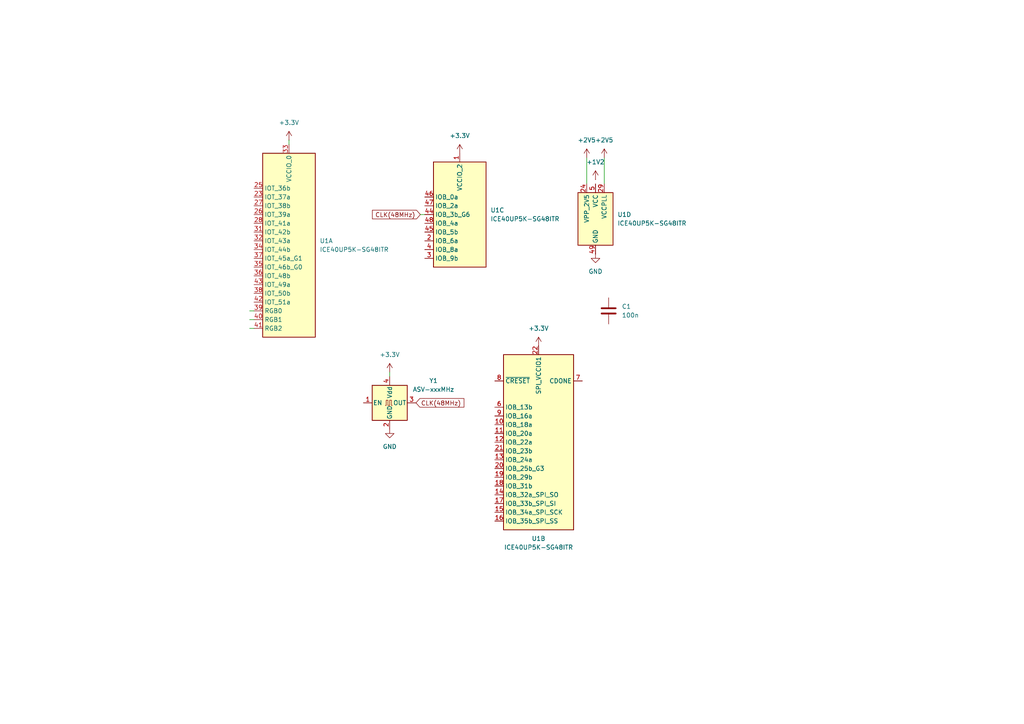
<source format=kicad_sch>
(kicad_sch (version 20250114) (generator "eeschema") (generator_version "9.0")
  (paper "A4")
  (lib_symbols
    (symbol "Device:C" (pin_numbers (hide yes)) (pin_names (offset 0.254))
      (property "Reference" "C" (at 0.635 2.54 0))
      (property "Value" "C" (at 0.635 -2.54 0))
      (symbol "C_0_1"
        (polyline (pts (xy -2.032 0.762) (xy 2.032 0.762)) (stroke (width 0.508)))
        (polyline (pts (xy -2.032 -0.762) (xy 2.032 -0.762)) (stroke (width 0.508)))
      )
      (symbol "C_1_1"
        (pin passive line (at 0 3.81 270) (length 2.794) (name "~") (number "1"))
        (pin passive line (at 0 -3.81 90) (length 2.794) (name "~") (number "2"))
      )
    )
    (symbol "FPGA_Lattice:ICE40UP5K-SG48ITR"
      (property "Reference" "U" (at -8.89 -29.21 0))
      (property "Value" "ICE40UP5K-SG48ITR" (at 0 -31.75 0))
      (symbol "ICE40UP5K-SG48ITR_1_1"
        (rectangle (start -7.62 25.4) (end 7.62 -27.94) (stroke (width 0.254)) (fill (type background)))
        (pin bidirectional line (at -10.16 15.24 0) (length 2.54) (name "IOT_36b") (number "25"))
        (pin bidirectional line (at -10.16 12.7 0) (length 2.54) (name "IOT_37a") (number "23"))
        (pin bidirectional line (at -10.16 10.16 0) (length 2.54) (name "IOT_38b") (number "27"))
        (pin bidirectional line (at -10.16 7.62 0) (length 2.54) (name "IOT_39a") (number "26"))
        (pin bidirectional line (at -10.16 5.08 0) (length 2.54) (name "IOT_41a") (number "28"))
        (pin bidirectional line (at -10.16 2.54 0) (length 2.54) (name "IOT_42b") (number "31"))
        (pin bidirectional line (at -10.16 0 0) (length 2.54) (name "IOT_43a") (number "32"))
        (pin bidirectional line (at -10.16 -2.54 0) (length 2.54) (name "IOT_44b") (number "34"))
        (pin bidirectional line (at -10.16 -5.08 0) (length 2.54) (name "IOT_45a_G1") (number "37"))
        (pin bidirectional line (at -10.16 -7.62 0) (length 2.54) (name "IOT_46b_G0") (number "35"))
        (pin bidirectional line (at -10.16 -10.16 0) (length 2.54) (name "IOT_48b") (number "36"))
        (pin bidirectional line (at -10.16 -12.7 0) (length 2.54) (name "IOT_49a") (number "43"))
        (pin bidirectional line (at -10.16 -15.24 0) (length 2.54) (name "IOT_50b") (number "38"))
        (pin bidirectional line (at -10.16 -17.78 0) (length 2.54) (name "IOT_51a") (number "42"))
        (pin open_collector line (at -10.16 -20.32 0) (length 2.54) (name "RGB0") (number "39"))
        (pin open_collector line (at -10.16 -22.86 0) (length 2.54) (name "RGB1") (number "40"))
        (pin open_collector line (at -10.16 -25.4 0) (length 2.54) (name "RGB2") (number "41"))
        (pin power_in line (at 0 27.94 270) (length 2.54) (name "VCCIO_0") (number "33"))
      )
      (symbol "ICE40UP5K-SG48ITR_2_1"
        (rectangle (start -10.16 25.4) (end 10.16 -25.4) (stroke (width 0.254)) (fill (type background)))
        (pin input line (at -12.7 17.78 0) (length 2.54) (name "~{CRESET}") (number "8"))
        (pin bidirectional line (at -12.7 10.16 0) (length 2.54) (name "IOB_13b") (number "6"))
        (pin bidirectional line (at -12.7 7.62 0) (length 2.54) (name "IOB_16a") (number "9"))
        (pin bidirectional line (at -12.7 5.08 0) (length 2.54) (name "IOB_18a") (number "10"))
        (pin bidirectional line (at -12.7 2.54 0) (length 2.54) (name "IOB_20a") (number "11"))
        (pin bidirectional line (at -12.7 0 0) (length 2.54) (name "IOB_22a") (number "12"))
        (pin bidirectional line (at -12.7 -2.54 0) (length 2.54) (name "IOB_23b") (number "21"))
        (pin bidirectional line (at -12.7 -5.08 0) (length 2.54) (name "IOB_24a") (number "13"))
        (pin bidirectional line (at -12.7 -7.62 0) (length 2.54) (name "IOB_25b_G3") (number "20"))
        (pin bidirectional line (at -12.7 -10.16 0) (length 2.54) (name "IOB_29b") (number "19"))
        (pin bidirectional line (at -12.7 -12.7 0) (length 2.54) (name "IOB_31b") (number "18"))
        (pin bidirectional line (at -12.7 -15.24 0) (length 2.54) (name "IOB_32a_SPI_SO") (number "14"))
        (pin bidirectional line (at -12.7 -17.78 0) (length 2.54) (name "IOB_33b_SPI_SI") (number "17"))
        (pin bidirectional line (at -12.7 -20.32 0) (length 2.54) (name "IOB_34a_SPI_SCK") (number "15"))
        (pin bidirectional line (at -12.7 -22.86 0) (length 2.54) (name "IOB_35b_SPI_SS") (number "16"))
        (pin power_in line (at 0 27.94 270) (length 2.54) (name "SPI_VCCIO1") (number "22"))
        (pin open_collector line (at 12.7 17.78 180) (length 2.54) (name "CDONE") (number "7"))
      )
      (symbol "ICE40UP5K-SG48ITR_3_1"
        (rectangle (start -7.62 15.24) (end 7.62 -15.24) (stroke (width 0.254)) (fill (type background)))
        (pin bidirectional line (at -10.16 5.08 0) (length 2.54) (name "IOB_0a") (number "46"))
        (pin bidirectional line (at -10.16 2.54 0) (length 2.54) (name "IOB_2a") (number "47"))
        (pin bidirectional line (at -10.16 0 0) (length 2.54) (name "IOB_3b_G6") (number "44"))
        (pin bidirectional line (at -10.16 -2.54 0) (length 2.54) (name "IOB_4a") (number "48"))
        (pin bidirectional line (at -10.16 -5.08 0) (length 2.54) (name "IOB_5b") (number "45"))
        (pin bidirectional line (at -10.16 -7.62 0) (length 2.54) (name "IOB_6a") (number "2"))
        (pin bidirectional line (at -10.16 -10.16 0) (length 2.54) (name "IOB_8a") (number "4"))
        (pin bidirectional line (at -10.16 -12.7 0) (length 2.54) (name "IOB_9b") (number "3"))
        (pin power_in line (at 0 17.78 270) (length 2.54) (name "VCCIO_2") (number "1"))
      )
      (symbol "ICE40UP5K-SG48ITR_4_1"
        (rectangle (start -5.08 7.62) (end 5.08 -7.62) (stroke (width 0.254)) (fill (type background)))
        (pin power_in line (at -2.54 10.16 270) (length 2.54) (name "VPP_2V5") (number "24"))
        (pin passive line (at 0 10.16 270) (length 2.54) (hide yes) (name "VCC") (number "30"))
        (pin power_in line (at 0 10.16 270) (length 2.54) (name "VCC") (number "5"))
        (pin power_in line (at 0 -10.16 90) (length 2.54) (name "GND") (number "49"))
        (pin power_out line (at 2.54 10.16 270) (length 2.54) (name "VCCPLL") (number "29"))
      )
    )
    (symbol "Oscillator:ASV-xxxMHz" (pin_names (offset 0.254))
      (property "Reference" "Y" (at -5.08 6.35 0))
      (property "Value" "ASV-xxxMHz" (at 1.27 -6.35 0))
      (symbol "ASV-xxxMHz_0_1"
        (rectangle (start -5.08 5.08) (end 5.08 -5.08) (stroke (width 0.254)) (fill (type background)))
        (polyline (pts (xy -1.27 -0.762) (xy -1.016 -0.762) (xy -1.016 0.762) (xy -0.508 0.762) (xy -0.508 -0.762) (xy 0 -0.762) (xy 0 0.762) (xy 0.508 0.762) (xy 0.508 -0.762) (xy 0.762 -0.762)))
      )
      (symbol "ASV-xxxMHz_1_1"
        (pin input line (at -7.62 0 0) (length 2.54) (name "EN") (number "1"))
        (pin power_in line (at 0 7.62 270) (length 2.54) (name "Vdd") (number "4"))
        (pin power_in line (at 0 -7.62 90) (length 2.54) (name "GND") (number "2"))
        (pin output line (at 7.62 0 180) (length 2.54) (name "OUT") (number "3"))
      )
    )
    (symbol "power:+1V2" (power) (pin_numbers (hide yes)) (pin_names (offset 0) (hide yes))
      (property "Value" "+1V2" (at 0 3.556 0))
      (symbol "+1V2_0_1"
        (polyline (pts (xy -0.762 1.27) (xy 0 2.54)))
        (polyline (pts (xy 0 2.54) (xy 0.762 1.27)))
        (polyline (pts (xy 0 0) (xy 0 2.54)))
      )
      (symbol "+1V2_1_1"
        (pin power_in line (at 0 0 90) (length 0) (name "~") (number "1"))
      )
    )
    (symbol "power:+2V5" (power) (pin_numbers (hide yes)) (pin_names (offset 0) (hide yes))
      (property "Value" "+2V5" (at 0 3.556 0))
      (symbol "+2V5_0_1"
        (polyline (pts (xy -0.762 1.27) (xy 0 2.54)))
        (polyline (pts (xy 0 2.54) (xy 0.762 1.27)))
        (polyline (pts (xy 0 0) (xy 0 2.54)))
      )
      (symbol "+2V5_1_1"
        (pin power_in line (at 0 0 90) (length 0) (name "~") (number "1"))
      )
    )
    (symbol "power:+3.3V" (power) (pin_numbers (hide yes)) (pin_names (offset 0) (hide yes))
      (property "Value" "+3.3V" (at 0 3.556 0))
      (symbol "+3.3V_0_1"
        (polyline (pts (xy -0.762 1.27) (xy 0 2.54)))
        (polyline (pts (xy 0 2.54) (xy 0.762 1.27)))
        (polyline (pts (xy 0 0) (xy 0 2.54)))
      )
      (symbol "+3.3V_1_1"
        (pin power_in line (at 0 0 90) (length 0) (name "~") (number "1"))
      )
    )
    (symbol "power:GND" (power) (pin_numbers (hide yes)) (pin_names (offset 0) (hide yes))
      (property "Value" "GND" (at 0 -3.81 0))
      (symbol "GND_0_1"
        (polyline (pts (xy 0 0) (xy 0 -1.27) (xy 1.27 -1.27) (xy 0 -2.54) (xy -1.27 -1.27) (xy 0 -1.27)))
      )
      (symbol "GND_1_1"
        (pin power_in line (at 0 0 270) (length 0) (name "~") (number "1"))
      )
    )
  )
  (wire (pts (xy 175.26 45.72) (xy 175.26 53.34)))
  (wire (pts (xy 72.39 90.17) (xy 73.66 90.17)))
  (wire (pts (xy 83.82 41.91) (xy 83.82 40.64)))
  (wire (pts (xy 113.03 107.95) (xy 113.03 109.22)))
  (wire (pts (xy 170.18 45.72) (xy 170.18 53.34)))
  (wire (pts (xy 72.39 92.71) (xy 73.66 92.71)))
  (wire (pts (xy 72.39 95.25) (xy 73.66 95.25)))
  (wire (pts (xy 121.92 62.23) (xy 123.19 62.23)))
  (global_label "CLK(48MHz)" (shape input) (at 121.92 62.23 180) (property "Intersheetrefs" "${INTERSHEET_REFS}" (effects (hide yes))))
  (global_label "CLK(48MHz)" (shape input) (at 120.65 116.84 0) (property "Intersheetrefs" "${INTERSHEET_REFS}" (effects (hide yes))))
  (symbol (lib_id "power:+2V5") (at 175.26 45.72 0) (unit 1)
    (property "Reference" "#PWR014" (effects (hide yes)))
    (property "Value" "+2V5" (at 175.26 40.64 0))
    (property "Description" "Power symbol creates a global label with name \"+2V5\"" (effects (hide yes)))
  )
  (symbol (lib_id "power:GND") (at 113.03 124.46 0) (unit 1)
    (property "Reference" "#PWR011" (effects (hide yes)))
    (property "Value" "GND" (at 113.03 129.54 0))
    (property "Description" "Power symbol creates a global label with name \"GND\" , ground" (effects (hide yes)))
  )
  (symbol (lib_id "power:+3.3V") (at 83.82 40.64 0) (unit 1)
    (property "Reference" "#PWR016" (effects (hide yes)))
    (property "Value" "+3.3V" (at 83.82 35.56 0))
    (property "Description" "Power symbol creates a global label with name \"+3.3V\"" (effects (hide yes)))
  )
  (symbol (lib_id "power:+1V2") (at 172.72 52.07 0) (unit 1)
    (property "Reference" "#PWR013" (effects (hide yes)))
    (property "Value" "+1V2" (at 172.72 46.99 0))
    (property "Description" "Power symbol creates a global label with name \"+1V2\"" (effects (hide yes)))
  )
  (symbol (lib_id "FPGA_Lattice:ICE40UP5K-SG48ITR") (at 83.82 69.85 0) (unit 1)
    (property "Reference" "U1" (at 92.71 69.8499 0) (effects (justify left)))
    (property "Value" "ICE40UP5K-SG48ITR" (at 92.71 72.3899 0) (effects (justify left)))
    (property "Footprint" "Package_DFN_QFN:QFN-48-1EP_7x7mm_P0.5mm_EP5.6x5.6mm" (effects (hide yes)))
    (property "Datasheet" "http://www.latticesemi.com/Products/FPGAandCPLD/iCE40Ultra" (effects (hide yes)))
    (property "Description" "iCE40 UltraPlus FPGA, 5280 LUTs, 1.2V, 48-pin QFN" (effects (hide yes)))
  )
  (symbol (lib_id "power:GND") (at 172.72 73.66 0) (unit 1)
    (property "Reference" "#PWR015" (effects (hide yes)))
    (property "Value" "GND" (at 172.72 78.74 0))
    (property "Description" "Power symbol creates a global label with name \"GND\" , ground" (effects (hide yes)))
  )
  (symbol (lib_id "power:+3.3V") (at 156.21 100.33 0) (unit 1)
    (property "Reference" "#PWR018" (effects (hide yes)))
    (property "Value" "+3.3V" (at 156.21 95.25 0))
    (property "Description" "Power symbol creates a global label with name \"+3.3V\"" (effects (hide yes)))
  )
  (symbol (lib_id "FPGA_Lattice:ICE40UP5K-SG48ITR") (at 172.72 63.5 0) (unit 4)
    (property "Reference" "U1" (at 179.07 62.2299 0) (effects (justify left)))
    (property "Value" "ICE40UP5K-SG48ITR" (at 179.07 64.7699 0) (effects (justify left)))
    (property "Footprint" "Package_DFN_QFN:QFN-48-1EP_7x7mm_P0.5mm_EP5.6x5.6mm" (effects (hide yes)))
    (property "Datasheet" "http://www.latticesemi.com/Products/FPGAandCPLD/iCE40Ultra" (effects (hide yes)))
    (property "Description" "iCE40 UltraPlus FPGA, 5280 LUTs, 1.2V, 48-pin QFN" (effects (hide yes)))
  )
  (symbol (lib_id "Device:C") (at 176.53 90.17 0) (unit 1)
    (property "Reference" "C1" (at 180.34 88.8999 0) (effects (justify left)))
    (property "Value" "100n" (at 180.34 91.4399 0) (effects (justify left)))
    (property "Description" "Unpolarized capacitor" (effects (hide yes)))
  )
  (symbol (lib_id "FPGA_Lattice:ICE40UP5K-SG48ITR") (at 133.35 62.23 0) (unit 3)
    (property "Reference" "U1" (at 142.24 60.9599 0) (effects (justify left)))
    (property "Value" "ICE40UP5K-SG48ITR" (at 142.24 63.4999 0) (effects (justify left)))
    (property "Footprint" "Package_DFN_QFN:QFN-48-1EP_7x7mm_P0.5mm_EP5.6x5.6mm" (effects (hide yes)))
    (property "Datasheet" "http://www.latticesemi.com/Products/FPGAandCPLD/iCE40Ultra" (effects (hide yes)))
    (property "Description" "iCE40 UltraPlus FPGA, 5280 LUTs, 1.2V, 48-pin QFN" (effects (hide yes)))
  )
  (symbol (lib_id "power:+3.3V") (at 113.03 107.95 0) (unit 1)
    (property "Reference" "#PWR08" (effects (hide yes)))
    (property "Value" "+3.3V" (at 113.03 102.87 0))
    (property "Description" "Power symbol creates a global label with name \"+3.3V\"" (effects (hide yes)))
  )
  (symbol (lib_id "power:+3.3V") (at 133.35 44.45 0) (unit 1)
    (property "Reference" "#PWR017" (effects (hide yes)))
    (property "Value" "+3.3V" (at 133.35 39.37 0))
    (property "Description" "Power symbol creates a global label with name \"+3.3V\"" (effects (hide yes)))
  )
  (symbol (lib_id "Oscillator:ASV-xxxMHz") (at 113.03 116.84 0) (unit 1)
    (property "Reference" "Y1" (at 125.73 110.4198 0))
    (property "Value" "ASV-xxxMHz" (at 125.73 112.9598 0))
    (property "Footprint" "Oscillator:Oscillator_SMD_Abracon_ASV-4Pin_7.0x5.1mm" (effects (hide yes)))
    (property "Datasheet" "http://www.abracon.com/Oscillators/ASV.pdf" (effects (hide yes)))
    (property "Description" "3.3V HCMOS SMD Crystal Clock Oscillator, Abracon" (effects (hide yes)))
  )
  (symbol (lib_id "FPGA_Lattice:ICE40UP5K-SG48ITR") (at 156.21 128.27 0) (unit 2)
    (property "Reference" "U1" (at 156.21 156.21 0))
    (property "Value" "ICE40UP5K-SG48ITR" (at 156.21 158.75 0))
    (property "Footprint" "Package_DFN_QFN:QFN-48-1EP_7x7mm_P0.5mm_EP5.6x5.6mm" (effects (hide yes)))
    (property "Datasheet" "http://www.latticesemi.com/Products/FPGAandCPLD/iCE40Ultra" (effects (hide yes)))
    (property "Description" "iCE40 UltraPlus FPGA, 5280 LUTs, 1.2V, 48-pin QFN" (effects (hide yes)))
  )
  (symbol (lib_id "power:+2V5") (at 170.18 45.72 0) (unit 1)
    (property "Reference" "#PWR012" (effects (hide yes)))
    (property "Value" "+2V5" (at 170.18 40.64 0))
    (property "Description" "Power symbol creates a global label with name \"+2V5\"" (effects (hide yes)))
  )
)
</source>
